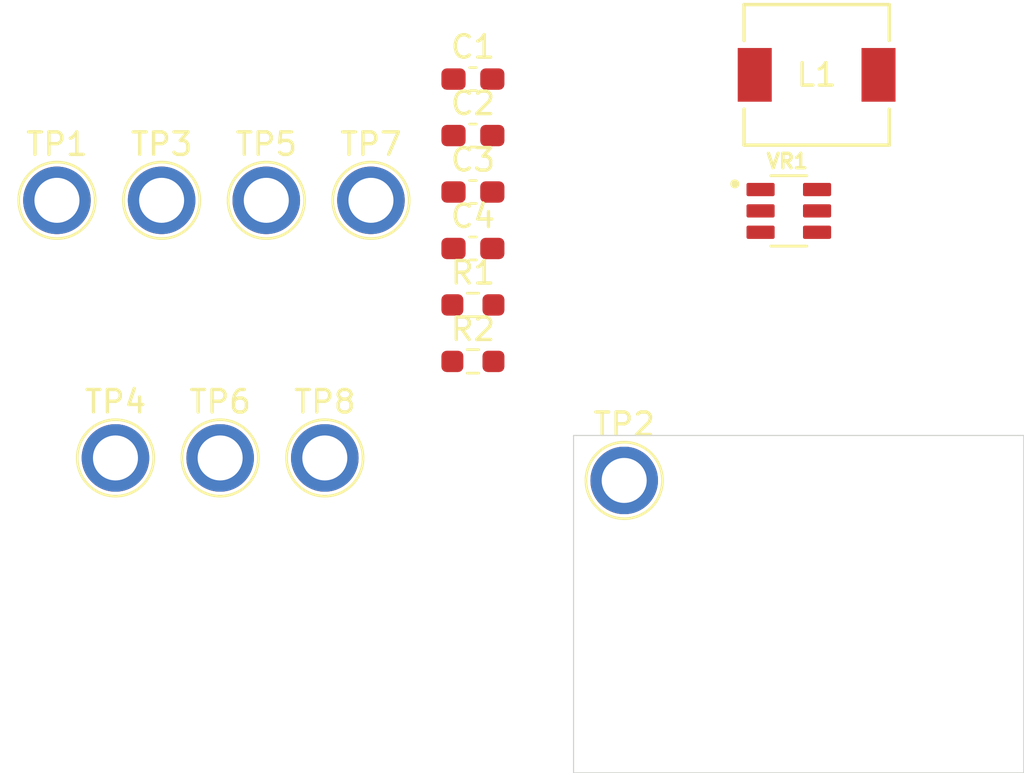
<source format=kicad_pcb>
(kicad_pcb (version 20241229) (generator "pcbnew") (generator_version "9.0")
  (layers (0 "F.Cu" signal) (2 "B.Cu" signal) (13 "F.Paste" user) (15 "B.Paste" user) (5 "F.SilkS" user "F.Silkscreen") (7 "B.SilkS" user "B.Silkscreen") (1 "F.Mask" user) (3 "B.Mask" user) (25 "Edge.Cuts" user))
  (net 0 "")
  (net 1 "GND")
  (net 2 "+12V")
  (net 3 "Net-(VR1-SW)")
  (net 4 "Net-(VR1-VBST)")
  (net 5 "+5V")
  (net 6 "Net-(VR1-VFB)")
  (footprint "Resistor_SMD:R_0603_1608Metric_Pad0.98x0.95mm_HandSolder" (layer "F.Cu") (at 160.5299 76.708)
    (property "Reference" "R2" (at 0 -1.43 0) (layer "F.SilkS"))
    (property "Value" "10k")
    (fp_line (start -0.254724 -0.5225) (end 0.254724 -0.5225) (stroke (width 0.12)) (layer "F.SilkS"))
    (fp_line (start -0.254724 0.5225) (end 0.254724 0.5225) (stroke (width 0.12)) (layer "F.SilkS"))
    (pad "1" smd roundrect (at -0.9125 0) (size 0.975 0.95) (layers "F.Cu" "F.Mask" "F.Paste") (net 6 "Net-(VR1-VFB)"))
    (pad "2" smd roundrect (at 0.9125 0) (size 0.975 0.95) (layers "F.Cu" "F.Mask" "F.Paste") (net 1 "GND"))
  )
  (footprint "TestPoint:TestPoint_Plated_Hole_D2.0mm" (layer "F.Cu") (at 151.35 69.548)
    (property "Reference" "TP5" (at 0 -2.498 0) (layer "F.SilkS"))
    (property "Value" "vout_3")
    (fp_circle (center 0 0) (end 0 -1.7) (stroke (width 0.12)) (fill no) (layer "F.SilkS"))
    (pad "1" thru_hole circle (at 0 0) (size 3 3) (drill 2) (layers "*.Cu" "*.Mask") (net 5 "+5V"))
  )
  (footprint "TestPoint:TestPoint_Plated_Hole_D2.0mm" (layer "F.Cu") (at 142.05 69.548)
    (property "Reference" "TP1" (at 0 -2.498 0) (layer "F.SilkS"))
    (property "Value" "12v_in")
    (fp_circle (center 0 0) (end 0 -1.7) (stroke (width 0.12)) (fill no) (layer "F.SilkS"))
    (pad "1" thru_hole circle (at 0 0) (size 3 3) (drill 2) (layers "*.Cu" "*.Mask") (net 2 "+12V"))
  )
  (footprint "TestPoint:TestPoint_Plated_Hole_D2.0mm" (layer "F.Cu") (at 144.65 81)
    (property "Reference" "TP4" (at 0 -2.498 0) (layer "F.SilkS"))
    (property "Value" "vout_2")
    (fp_circle (center 0 0) (end 0 -1.7) (stroke (width 0.12)) (fill no) (layer "F.SilkS"))
    (pad "1" thru_hole circle (at 0 0) (size 3 3) (drill 2) (layers "*.Cu" "*.Mask") (net 5 "+5V"))
  )
  (footprint "TestPoint:TestPoint_Plated_Hole_D2.0mm" (layer "F.Cu") (at 149.3 81)
    (property "Reference" "TP6" (at 0 -2.498 0) (layer "F.SilkS"))
    (property "Value" "g_out1")
    (fp_circle (center 0 0) (end 0 -1.7) (stroke (width 0.12)) (fill no) (layer "F.SilkS"))
    (pad "1" thru_hole circle (at 0 0) (size 3 3) (drill 2) (layers "*.Cu" "*.Mask") (net 1 "GND"))
  )
  (footprint "Capacitor_SMD:C_0603_1608Metric_Pad1.08x0.95mm_HandSolder" (layer "F.Cu") (at 160.5299 64.158)
    (property "Reference" "C1" (at 0 -1.43 0) (layer "F.SilkS"))
    (property "Value" "10uF")
    (fp_line (start -0.146267 -0.51) (end 0.146267 -0.51) (stroke (width 0.12)) (layer "F.SilkS"))
    (fp_line (start -0.146267 0.51) (end 0.146267 0.51) (stroke (width 0.12)) (layer "F.SilkS"))
    (pad "1" smd roundrect (at -0.8625 0) (size 1.075 0.95) (layers "F.Cu" "F.Mask" "F.Paste") (net 2 "+12V"))
    (pad "2" smd roundrect (at 0.8625 0) (size 1.075 0.95) (layers "F.Cu" "F.Mask" "F.Paste") (net 1 "GND"))
  )
  (footprint "drum:IND_EPCOS_B82462A4_EPC" (layer "F.Cu") (at 175.7992 63.97)
    (property "Reference" "L1" (at 0 0 0) (layer "F.SilkS"))
    (property "Value" "4.7uH")
    (fp_line (start -3.2258 -3.1242) (end -3.2258 -1.52654) (stroke (width 0.1524)) (layer "F.SilkS"))
    (fp_line (start -3.2258 1.52654) (end -3.2258 3.1242) (stroke (width 0.1524)) (layer "F.SilkS"))
    (fp_line (start -3.2258 3.1242) (end 3.2258 3.1242) (stroke (width 0.1524)) (layer "F.SilkS"))
    (fp_line (start 3.2258 -3.1242) (end -3.2258 -3.1242) (stroke (width 0.1524)) (layer "F.SilkS"))
    (fp_line (start 3.2258 -1.52654) (end 3.2258 -3.1242) (stroke (width 0.1524)) (layer "F.SilkS"))
    (fp_line (start 3.2258 3.1242) (end 3.2258 1.52654) (stroke (width 0.1524)) (layer "F.SilkS"))
    (pad "1" smd rect (at -2.74955 0) (size 1.5113 2.3876) (layers "F.Cu" "F.Mask" "F.Paste") (net 5 "+5V"))
    (pad "2" smd rect (at 2.74955 0) (size 1.5113 2.3876) (layers "F.Cu" "F.Mask" "F.Paste") (net 3 "Net-(VR1-SW)"))
  )
  (footprint "Capacitor_SMD:C_0603_1608Metric_Pad1.08x0.95mm_HandSolder" (layer "F.Cu") (at 160.5299 71.688)
    (property "Reference" "C4" (at 0 -1.43 0) (layer "F.SilkS"))
    (property "Value" "47uF")
    (fp_line (start -0.146267 -0.51) (end 0.146267 -0.51) (stroke (width 0.12)) (layer "F.SilkS"))
    (fp_line (start -0.146267 0.51) (end 0.146267 0.51) (stroke (width 0.12)) (layer "F.SilkS"))
    (pad "1" smd roundrect (at -0.8625 0) (size 1.075 0.95) (layers "F.Cu" "F.Mask" "F.Paste") (net 1 "GND"))
    (pad "2" smd roundrect (at 0.8625 0) (size 1.075 0.95) (layers "F.Cu" "F.Mask" "F.Paste") (net 5 "+5V"))
  )
  (footprint "TestPoint:TestPoint_Plated_Hole_D2.0mm" (layer "F.Cu") (at 167.25 82)
    (property "Reference" "TP2" (at 0 -2.498 0) (layer "F.SilkS"))
    (property "Value" "GND_in" (hide yes))
    (fp_circle (center 0 0) (end 0 -1.7) (stroke (width 0.12)) (fill no) (layer "F.SilkS"))
    (pad "1" thru_hole circle (at 0 0) (size 3 3) (drill 2) (layers "*.Cu" "*.Mask") (net 1 "GND"))
  )
  (footprint "TestPoint:TestPoint_Plated_Hole_D2.0mm" (layer "F.Cu") (at 153.95 81)
    (property "Reference" "TP8" (at 0 -2.498 0) (layer "F.SilkS"))
    (property "Value" "g_out3")
    (fp_circle (center 0 0) (end 0 -1.7) (stroke (width 0.12)) (fill no) (layer "F.SilkS"))
    (pad "1" thru_hole circle (at 0 0) (size 3 3) (drill 2) (layers "*.Cu" "*.Mask") (net 1 "GND"))
  )
  (footprint "TestPoint:TestPoint_Plated_Hole_D2.0mm" (layer "F.Cu") (at 146.7 69.548)
    (property "Reference" "TP3" (at 0 -2.498 0) (layer "F.SilkS"))
    (property "Value" "vout_1")
    (fp_circle (center 0 0) (end 0 -1.7) (stroke (width 0.12)) (fill no) (layer "F.SilkS"))
    (pad "1" thru_hole circle (at 0 0) (size 3 3) (drill 2) (layers "*.Cu" "*.Mask") (net 5 "+5V"))
  )
  (footprint "Resistor_SMD:R_0603_1608Metric_Pad0.98x0.95mm_HandSolder" (layer "F.Cu") (at 160.5299 74.198)
    (property "Reference" "R1" (at 0 -1.43 0) (layer "F.SilkS"))
    (property "Value" "56.2k")
    (fp_line (start -0.254724 -0.5225) (end 0.254724 -0.5225) (stroke (width 0.12)) (layer "F.SilkS"))
    (fp_line (start -0.254724 0.5225) (end 0.254724 0.5225) (stroke (width 0.12)) (layer "F.SilkS"))
    (pad "1" smd roundrect (at -0.9125 0) (size 0.975 0.95) (layers "F.Cu" "F.Mask" "F.Paste") (net 5 "+5V"))
    (pad "2" smd roundrect (at 0.9125 0) (size 0.975 0.95) (layers "F.Cu" "F.Mask" "F.Paste") (net 6 "Net-(VR1-VFB)"))
  )
  (footprint "Capacitor_SMD:C_0603_1608Metric_Pad1.08x0.95mm_HandSolder" (layer "F.Cu") (at 160.5299 66.668)
    (property "Reference" "C2" (at 0 -1.43 0) (layer "F.SilkS"))
    (property "Value" "100nf")
    (fp_line (start -0.146267 -0.51) (end 0.146267 -0.51) (stroke (width 0.12)) (layer "F.SilkS"))
    (fp_line (start -0.146267 0.51) (end 0.146267 0.51) (stroke (width 0.12)) (layer "F.SilkS"))
    (pad "1" smd roundrect (at -0.8625 0) (size 1.075 0.95) (layers "F.Cu" "F.Mask" "F.Paste") (net 4 "Net-(VR1-VBST)"))
    (pad "2" smd roundrect (at 0.8625 0) (size 1.075 0.95) (layers "F.Cu" "F.Mask" "F.Paste") (net 3 "Net-(VR1-SW)"))
  )
  (footprint "ic:SOT95P280X110-6N" (layer "F.Cu") (at 174.5638 70.0176)
    (property "Reference" "VR1" (at -0.068 -2.2064 0) (layer "F.SilkS") (effects (font (size 0.64 0.64))))
    (property "Value" "TPS561208DDCR")
    (fp_line (start -0.8 -1.565) (end 0.8 -1.565) (stroke (width 0.127)) (layer "F.SilkS"))
    (fp_line (start -0.8 1.565) (end 0.8 1.565) (stroke (width 0.127)) (layer "F.SilkS"))
    (fp_circle (center -2.4 -1.2) (end -2.3 -1.2) (stroke (width 0.2)) (fill no) (layer "F.SilkS"))
    (pad "1" smd roundrect (at -1.255 -0.95) (size 1.25 0.59) (layers "F.Cu" "F.Mask" "F.Paste") (roundrect_rratio 0.125) (net 1 "GND"))
    (pad "2" smd roundrect (at -1.255 0) (size 1.25 0.59) (layers "F.Cu" "F.Mask" "F.Paste") (roundrect_rratio 0.125) (net 3 "Net-(VR1-SW)"))
    (pad "3" smd roundrect (at -1.255 0.95) (size 1.25 0.59) (layers "F.Cu" "F.Mask" "F.Paste") (roundrect_rratio 0.125) (net 2 "+12V"))
    (pad "4" smd roundrect (at 1.255 0.95) (size 1.25 0.59) (layers "F.Cu" "F.Mask" "F.Paste") (roundrect_rratio 0.125) (net 6 "Net-(VR1-VFB)"))
    (pad "5" smd roundrect (at 1.255 0) (size 1.25 0.59) (layers "F.Cu" "F.Mask" "F.Paste") (roundrect_rratio 0.125) (net 2 "+12V"))
    (pad "6" smd roundrect (at 1.255 -0.95) (size 1.25 0.59) (layers "F.Cu" "F.Mask" "F.Paste") (roundrect_rratio 0.125) (net 4 "Net-(VR1-VBST)"))
  )
  (footprint "TestPoint:TestPoint_Plated_Hole_D2.0mm" (layer "F.Cu") (at 156 69.548)
    (property "Reference" "TP7" (at 0 -2.498 0) (layer "F.SilkS"))
    (property "Value" "g_out2")
    (fp_circle (center 0 0) (end 0 -1.7) (stroke (width 0.12)) (fill no) (layer "F.SilkS"))
    (pad "1" thru_hole circle (at 0 0) (size 3 3) (drill 2) (layers "*.Cu" "*.Mask") (net 1 "GND"))
  )
  (footprint "Capacitor_SMD:C_0603_1608Metric_Pad1.08x0.95mm_HandSolder" (layer "F.Cu") (at 160.5299 69.178)
    (property "Reference" "C3" (at 0 -1.43 0) (layer "F.SilkS"))
    (property "Value" "10uF")
    (fp_line (start -0.146267 -0.51) (end 0.146267 -0.51) (stroke (width 0.12)) (layer "F.SilkS"))
    (fp_line (start -0.146267 0.51) (end 0.146267 0.51) (stroke (width 0.12)) (layer "F.SilkS"))
    (pad "1" smd roundrect (at -0.8625 0) (size 1.075 0.95) (layers "F.Cu" "F.Mask" "F.Paste") (net 2 "+12V"))
    (pad "2" smd roundrect (at 0.8625 0) (size 1.075 0.95) (layers "F.Cu" "F.Mask" "F.Paste") (net 1 "GND"))
  )
  (gr_rect (start 165 80) (end 185 95) (stroke (width 0.05)) (fill no) (layer "Edge.Cuts"))
)
</source>
